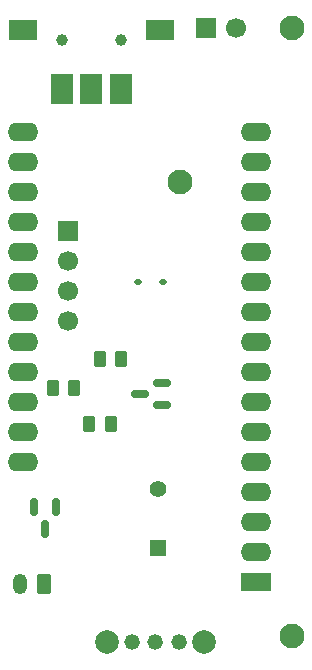
<source format=gbs>
G04 #@! TF.GenerationSoftware,KiCad,Pcbnew,9.0.2*
G04 #@! TF.CreationDate,2025-06-24T11:01:01+02:00*
G04 #@! TF.ProjectId,SenseMatePCB,53656e73-654d-4617-9465-5043422e6b69,rev?*
G04 #@! TF.SameCoordinates,Original*
G04 #@! TF.FileFunction,Soldermask,Bot*
G04 #@! TF.FilePolarity,Negative*
%FSLAX46Y46*%
G04 Gerber Fmt 4.6, Leading zero omitted, Abs format (unit mm)*
G04 Created by KiCad (PCBNEW 9.0.2) date 2025-06-24 11:01:01*
%MOMM*%
%LPD*%
G01*
G04 APERTURE LIST*
G04 Aperture macros list*
%AMRoundRect*
0 Rectangle with rounded corners*
0 $1 Rounding radius*
0 $2 $3 $4 $5 $6 $7 $8 $9 X,Y pos of 4 corners*
0 Add a 4 corners polygon primitive as box body*
4,1,4,$2,$3,$4,$5,$6,$7,$8,$9,$2,$3,0*
0 Add four circle primitives for the rounded corners*
1,1,$1+$1,$2,$3*
1,1,$1+$1,$4,$5*
1,1,$1+$1,$6,$7*
1,1,$1+$1,$8,$9*
0 Add four rect primitives between the rounded corners*
20,1,$1+$1,$2,$3,$4,$5,0*
20,1,$1+$1,$4,$5,$6,$7,0*
20,1,$1+$1,$6,$7,$8,$9,0*
20,1,$1+$1,$8,$9,$2,$3,0*%
G04 Aperture macros list end*
%ADD10C,2.100000*%
%ADD11C,1.320800*%
%ADD12C,2.006600*%
%ADD13RoundRect,0.250000X1.050000X0.550000X-1.050000X0.550000X-1.050000X-0.550000X1.050000X-0.550000X0*%
%ADD14O,2.600000X1.600000*%
%ADD15R,1.700000X1.700000*%
%ADD16C,1.700000*%
%ADD17RoundRect,0.250000X0.262500X0.450000X-0.262500X0.450000X-0.262500X-0.450000X0.262500X-0.450000X0*%
%ADD18RoundRect,0.150000X-0.150000X0.587500X-0.150000X-0.587500X0.150000X-0.587500X0.150000X0.587500X0*%
%ADD19RoundRect,0.250000X0.350000X0.625000X-0.350000X0.625000X-0.350000X-0.625000X0.350000X-0.625000X0*%
%ADD20O,1.200000X1.750000*%
%ADD21RoundRect,0.250000X-0.262500X-0.450000X0.262500X-0.450000X0.262500X0.450000X-0.262500X0.450000X0*%
%ADD22C,1.000000*%
%ADD23R,1.950000X2.600000*%
%ADD24R,1.900000X2.600000*%
%ADD25R,2.400000X1.700000*%
%ADD26RoundRect,0.112500X-0.187500X-0.112500X0.187500X-0.112500X0.187500X0.112500X-0.187500X0.112500X0*%
%ADD27RoundRect,0.150000X0.587500X0.150000X-0.587500X0.150000X-0.587500X-0.150000X0.587500X-0.150000X0*%
%ADD28R,1.422400X1.422400*%
%ADD29C,1.422400*%
G04 APERTURE END LIST*
D10*
X118500000Y-110000000D03*
D11*
X104900001Y-110500000D03*
X106900001Y-110500000D03*
X108900002Y-110500000D03*
D12*
X102800002Y-110500000D03*
X111000000Y-110500000D03*
D13*
X115413900Y-105417001D03*
D14*
X115413900Y-102877001D03*
X115413900Y-100337001D03*
X115413900Y-97797001D03*
X115413900Y-95257001D03*
X115413900Y-92717001D03*
X115413900Y-90177001D03*
X115413900Y-87637001D03*
X115413900Y-85097001D03*
X115413900Y-82557001D03*
X115413900Y-80017001D03*
X115413900Y-77477001D03*
X115413900Y-74937001D03*
X115413900Y-72397001D03*
X115413900Y-69857001D03*
X115413900Y-67317001D03*
X95693900Y-67317001D03*
X95693900Y-69857001D03*
X95693900Y-72397001D03*
X95693900Y-74937001D03*
X95693900Y-77477001D03*
X95693900Y-80017001D03*
X95693900Y-82557001D03*
X95693900Y-85097001D03*
X95693900Y-87637001D03*
X95693900Y-90177001D03*
X95693900Y-92717001D03*
X95693900Y-95257001D03*
D10*
X109000000Y-71500000D03*
X118500000Y-58500000D03*
D15*
X111225000Y-58500000D03*
D16*
X113765000Y-58500000D03*
D17*
X103125000Y-92000000D03*
X101300000Y-92000000D03*
D18*
X96612500Y-99062500D03*
X98512500Y-99062500D03*
X97562500Y-100937500D03*
D19*
X97500000Y-105550000D03*
D20*
X95500000Y-105550000D03*
D21*
X98212500Y-89000000D03*
X100037500Y-89000000D03*
D22*
X104000000Y-59500000D03*
X99000000Y-59500000D03*
D23*
X104025000Y-63700000D03*
D24*
X99000000Y-63700000D03*
D25*
X107300000Y-58650000D03*
X95700000Y-58650000D03*
D24*
X101500000Y-63700000D03*
D26*
X105450000Y-80000000D03*
X107550000Y-80000000D03*
D17*
X104037500Y-86500000D03*
X102212500Y-86500000D03*
D27*
X107500000Y-88550000D03*
X107500000Y-90450000D03*
X105625000Y-89500000D03*
D28*
X107125000Y-102500000D03*
D29*
X107125000Y-97500000D03*
D15*
X99500000Y-75690000D03*
D16*
X99500000Y-78230000D03*
X99500000Y-80770000D03*
X99500000Y-83310000D03*
M02*

</source>
